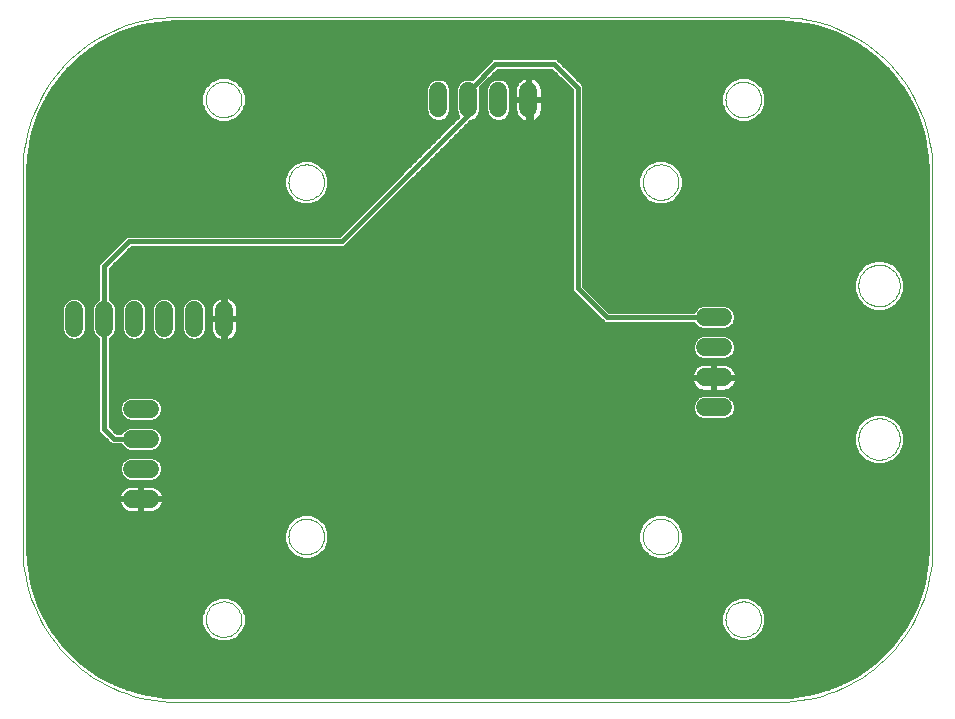
<source format=gtl>
G75*
G70*
%OFA0B0*%
%FSLAX24Y24*%
%IPPOS*%
%LPD*%
%AMOC8*
5,1,8,0,0,1.08239X$1,22.5*
%
%ADD10C,0.0000*%
%ADD11C,0.0594*%
%ADD12C,0.0160*%
D10*
X005298Y000180D02*
X025377Y000180D01*
X023605Y002936D02*
X023607Y002984D01*
X023613Y003032D01*
X023623Y003079D01*
X023636Y003125D01*
X023654Y003170D01*
X023674Y003214D01*
X023699Y003256D01*
X023727Y003295D01*
X023757Y003332D01*
X023791Y003366D01*
X023828Y003398D01*
X023866Y003427D01*
X023907Y003452D01*
X023950Y003474D01*
X023995Y003492D01*
X024041Y003506D01*
X024088Y003517D01*
X024136Y003524D01*
X024184Y003527D01*
X024232Y003526D01*
X024280Y003521D01*
X024328Y003512D01*
X024374Y003500D01*
X024419Y003483D01*
X024463Y003463D01*
X024505Y003440D01*
X024545Y003413D01*
X024583Y003383D01*
X024618Y003350D01*
X024650Y003314D01*
X024680Y003276D01*
X024706Y003235D01*
X024728Y003192D01*
X024748Y003148D01*
X024763Y003103D01*
X024775Y003056D01*
X024783Y003008D01*
X024787Y002960D01*
X024787Y002912D01*
X024783Y002864D01*
X024775Y002816D01*
X024763Y002769D01*
X024748Y002724D01*
X024728Y002680D01*
X024706Y002637D01*
X024680Y002596D01*
X024650Y002558D01*
X024618Y002522D01*
X024583Y002489D01*
X024545Y002459D01*
X024505Y002432D01*
X024463Y002409D01*
X024419Y002389D01*
X024374Y002372D01*
X024328Y002360D01*
X024280Y002351D01*
X024232Y002346D01*
X024184Y002345D01*
X024136Y002348D01*
X024088Y002355D01*
X024041Y002366D01*
X023995Y002380D01*
X023950Y002398D01*
X023907Y002420D01*
X023866Y002445D01*
X023828Y002474D01*
X023791Y002506D01*
X023757Y002540D01*
X023727Y002577D01*
X023699Y002616D01*
X023674Y002658D01*
X023654Y002702D01*
X023636Y002747D01*
X023623Y002793D01*
X023613Y002840D01*
X023607Y002888D01*
X023605Y002936D01*
X025377Y000180D02*
X025621Y000186D01*
X025863Y000203D01*
X026105Y000232D01*
X026346Y000272D01*
X026584Y000324D01*
X026819Y000387D01*
X027051Y000461D01*
X027279Y000547D01*
X027503Y000643D01*
X027722Y000749D01*
X027936Y000866D01*
X028144Y000992D01*
X028346Y001129D01*
X028541Y001275D01*
X028729Y001430D01*
X028909Y001594D01*
X029081Y001766D01*
X029245Y001946D01*
X029400Y002134D01*
X029546Y002329D01*
X029683Y002531D01*
X029809Y002739D01*
X029926Y002953D01*
X030032Y003172D01*
X030128Y003396D01*
X030214Y003624D01*
X030288Y003856D01*
X030351Y004091D01*
X030403Y004329D01*
X030443Y004570D01*
X030472Y004812D01*
X030489Y005054D01*
X030495Y005298D01*
X030495Y017897D01*
X028034Y014058D02*
X028036Y014110D01*
X028042Y014162D01*
X028052Y014213D01*
X028065Y014263D01*
X028083Y014313D01*
X028104Y014360D01*
X028128Y014406D01*
X028157Y014450D01*
X028188Y014492D01*
X028222Y014531D01*
X028259Y014568D01*
X028299Y014601D01*
X028342Y014632D01*
X028386Y014659D01*
X028432Y014683D01*
X028481Y014703D01*
X028530Y014719D01*
X028581Y014732D01*
X028632Y014741D01*
X028684Y014746D01*
X028736Y014747D01*
X028788Y014744D01*
X028840Y014737D01*
X028891Y014726D01*
X028941Y014712D01*
X028990Y014693D01*
X029037Y014671D01*
X029082Y014646D01*
X029126Y014617D01*
X029167Y014585D01*
X029206Y014550D01*
X029241Y014512D01*
X029274Y014471D01*
X029304Y014429D01*
X029330Y014384D01*
X029353Y014337D01*
X029372Y014288D01*
X029388Y014238D01*
X029400Y014188D01*
X029408Y014136D01*
X029412Y014084D01*
X029412Y014032D01*
X029408Y013980D01*
X029400Y013928D01*
X029388Y013878D01*
X029372Y013828D01*
X029353Y013779D01*
X029330Y013732D01*
X029304Y013687D01*
X029274Y013645D01*
X029241Y013604D01*
X029206Y013566D01*
X029167Y013531D01*
X029126Y013499D01*
X029082Y013470D01*
X029037Y013445D01*
X028990Y013423D01*
X028941Y013404D01*
X028891Y013390D01*
X028840Y013379D01*
X028788Y013372D01*
X028736Y013369D01*
X028684Y013370D01*
X028632Y013375D01*
X028581Y013384D01*
X028530Y013397D01*
X028481Y013413D01*
X028432Y013433D01*
X028386Y013457D01*
X028342Y013484D01*
X028299Y013515D01*
X028259Y013548D01*
X028222Y013585D01*
X028188Y013624D01*
X028157Y013666D01*
X028128Y013710D01*
X028104Y013756D01*
X028083Y013803D01*
X028065Y013853D01*
X028052Y013903D01*
X028042Y013954D01*
X028036Y014006D01*
X028034Y014058D01*
X030495Y017897D02*
X030489Y018141D01*
X030472Y018383D01*
X030443Y018625D01*
X030403Y018866D01*
X030351Y019104D01*
X030288Y019339D01*
X030214Y019571D01*
X030128Y019799D01*
X030032Y020023D01*
X029926Y020242D01*
X029809Y020456D01*
X029683Y020664D01*
X029546Y020866D01*
X029400Y021061D01*
X029245Y021249D01*
X029081Y021429D01*
X028909Y021601D01*
X028729Y021765D01*
X028541Y021920D01*
X028346Y022066D01*
X028144Y022203D01*
X027936Y022329D01*
X027722Y022446D01*
X027503Y022552D01*
X027279Y022648D01*
X027051Y022734D01*
X026819Y022808D01*
X026584Y022871D01*
X026346Y022923D01*
X026105Y022963D01*
X025863Y022992D01*
X025621Y023009D01*
X025377Y023015D01*
X005298Y023015D01*
X006282Y020259D02*
X006284Y020307D01*
X006290Y020355D01*
X006300Y020402D01*
X006313Y020448D01*
X006331Y020493D01*
X006351Y020537D01*
X006376Y020579D01*
X006404Y020618D01*
X006434Y020655D01*
X006468Y020689D01*
X006505Y020721D01*
X006543Y020750D01*
X006584Y020775D01*
X006627Y020797D01*
X006672Y020815D01*
X006718Y020829D01*
X006765Y020840D01*
X006813Y020847D01*
X006861Y020850D01*
X006909Y020849D01*
X006957Y020844D01*
X007005Y020835D01*
X007051Y020823D01*
X007096Y020806D01*
X007140Y020786D01*
X007182Y020763D01*
X007222Y020736D01*
X007260Y020706D01*
X007295Y020673D01*
X007327Y020637D01*
X007357Y020599D01*
X007383Y020558D01*
X007405Y020515D01*
X007425Y020471D01*
X007440Y020426D01*
X007452Y020379D01*
X007460Y020331D01*
X007464Y020283D01*
X007464Y020235D01*
X007460Y020187D01*
X007452Y020139D01*
X007440Y020092D01*
X007425Y020047D01*
X007405Y020003D01*
X007383Y019960D01*
X007357Y019919D01*
X007327Y019881D01*
X007295Y019845D01*
X007260Y019812D01*
X007222Y019782D01*
X007182Y019755D01*
X007140Y019732D01*
X007096Y019712D01*
X007051Y019695D01*
X007005Y019683D01*
X006957Y019674D01*
X006909Y019669D01*
X006861Y019668D01*
X006813Y019671D01*
X006765Y019678D01*
X006718Y019689D01*
X006672Y019703D01*
X006627Y019721D01*
X006584Y019743D01*
X006543Y019768D01*
X006505Y019797D01*
X006468Y019829D01*
X006434Y019863D01*
X006404Y019900D01*
X006376Y019939D01*
X006351Y019981D01*
X006331Y020025D01*
X006313Y020070D01*
X006300Y020116D01*
X006290Y020163D01*
X006284Y020211D01*
X006282Y020259D01*
X005298Y023015D02*
X005054Y023009D01*
X004812Y022992D01*
X004570Y022963D01*
X004329Y022923D01*
X004091Y022871D01*
X003856Y022808D01*
X003624Y022734D01*
X003396Y022648D01*
X003172Y022552D01*
X002953Y022446D01*
X002739Y022329D01*
X002531Y022203D01*
X002329Y022066D01*
X002134Y021920D01*
X001946Y021765D01*
X001766Y021601D01*
X001594Y021429D01*
X001430Y021249D01*
X001275Y021061D01*
X001129Y020866D01*
X000992Y020664D01*
X000866Y020456D01*
X000749Y020242D01*
X000643Y020023D01*
X000547Y019799D01*
X000461Y019571D01*
X000387Y019339D01*
X000324Y019104D01*
X000272Y018866D01*
X000232Y018625D01*
X000203Y018383D01*
X000186Y018141D01*
X000180Y017897D01*
X000180Y005298D01*
X000186Y005054D01*
X000203Y004812D01*
X000232Y004570D01*
X000272Y004329D01*
X000324Y004091D01*
X000387Y003856D01*
X000461Y003624D01*
X000547Y003396D01*
X000643Y003172D01*
X000749Y002953D01*
X000866Y002739D01*
X000992Y002531D01*
X001129Y002329D01*
X001275Y002134D01*
X001430Y001946D01*
X001594Y001766D01*
X001766Y001594D01*
X001946Y001430D01*
X002134Y001275D01*
X002329Y001129D01*
X002531Y000992D01*
X002739Y000866D01*
X002953Y000749D01*
X003172Y000643D01*
X003396Y000547D01*
X003624Y000461D01*
X003856Y000387D01*
X004091Y000324D01*
X004329Y000272D01*
X004570Y000232D01*
X004812Y000203D01*
X005054Y000186D01*
X005298Y000180D01*
X006282Y002936D02*
X006284Y002984D01*
X006290Y003032D01*
X006300Y003079D01*
X006313Y003125D01*
X006331Y003170D01*
X006351Y003214D01*
X006376Y003256D01*
X006404Y003295D01*
X006434Y003332D01*
X006468Y003366D01*
X006505Y003398D01*
X006543Y003427D01*
X006584Y003452D01*
X006627Y003474D01*
X006672Y003492D01*
X006718Y003506D01*
X006765Y003517D01*
X006813Y003524D01*
X006861Y003527D01*
X006909Y003526D01*
X006957Y003521D01*
X007005Y003512D01*
X007051Y003500D01*
X007096Y003483D01*
X007140Y003463D01*
X007182Y003440D01*
X007222Y003413D01*
X007260Y003383D01*
X007295Y003350D01*
X007327Y003314D01*
X007357Y003276D01*
X007383Y003235D01*
X007405Y003192D01*
X007425Y003148D01*
X007440Y003103D01*
X007452Y003056D01*
X007460Y003008D01*
X007464Y002960D01*
X007464Y002912D01*
X007460Y002864D01*
X007452Y002816D01*
X007440Y002769D01*
X007425Y002724D01*
X007405Y002680D01*
X007383Y002637D01*
X007357Y002596D01*
X007327Y002558D01*
X007295Y002522D01*
X007260Y002489D01*
X007222Y002459D01*
X007182Y002432D01*
X007140Y002409D01*
X007096Y002389D01*
X007051Y002372D01*
X007005Y002360D01*
X006957Y002351D01*
X006909Y002346D01*
X006861Y002345D01*
X006813Y002348D01*
X006765Y002355D01*
X006718Y002366D01*
X006672Y002380D01*
X006627Y002398D01*
X006584Y002420D01*
X006543Y002445D01*
X006505Y002474D01*
X006468Y002506D01*
X006434Y002540D01*
X006404Y002577D01*
X006376Y002616D01*
X006351Y002658D01*
X006331Y002702D01*
X006313Y002747D01*
X006300Y002793D01*
X006290Y002840D01*
X006284Y002888D01*
X006282Y002936D01*
X009038Y005692D02*
X009040Y005740D01*
X009046Y005788D01*
X009056Y005835D01*
X009069Y005881D01*
X009087Y005926D01*
X009107Y005970D01*
X009132Y006012D01*
X009160Y006051D01*
X009190Y006088D01*
X009224Y006122D01*
X009261Y006154D01*
X009299Y006183D01*
X009340Y006208D01*
X009383Y006230D01*
X009428Y006248D01*
X009474Y006262D01*
X009521Y006273D01*
X009569Y006280D01*
X009617Y006283D01*
X009665Y006282D01*
X009713Y006277D01*
X009761Y006268D01*
X009807Y006256D01*
X009852Y006239D01*
X009896Y006219D01*
X009938Y006196D01*
X009978Y006169D01*
X010016Y006139D01*
X010051Y006106D01*
X010083Y006070D01*
X010113Y006032D01*
X010139Y005991D01*
X010161Y005948D01*
X010181Y005904D01*
X010196Y005859D01*
X010208Y005812D01*
X010216Y005764D01*
X010220Y005716D01*
X010220Y005668D01*
X010216Y005620D01*
X010208Y005572D01*
X010196Y005525D01*
X010181Y005480D01*
X010161Y005436D01*
X010139Y005393D01*
X010113Y005352D01*
X010083Y005314D01*
X010051Y005278D01*
X010016Y005245D01*
X009978Y005215D01*
X009938Y005188D01*
X009896Y005165D01*
X009852Y005145D01*
X009807Y005128D01*
X009761Y005116D01*
X009713Y005107D01*
X009665Y005102D01*
X009617Y005101D01*
X009569Y005104D01*
X009521Y005111D01*
X009474Y005122D01*
X009428Y005136D01*
X009383Y005154D01*
X009340Y005176D01*
X009299Y005201D01*
X009261Y005230D01*
X009224Y005262D01*
X009190Y005296D01*
X009160Y005333D01*
X009132Y005372D01*
X009107Y005414D01*
X009087Y005458D01*
X009069Y005503D01*
X009056Y005549D01*
X009046Y005596D01*
X009040Y005644D01*
X009038Y005692D01*
X020849Y005692D02*
X020851Y005740D01*
X020857Y005788D01*
X020867Y005835D01*
X020880Y005881D01*
X020898Y005926D01*
X020918Y005970D01*
X020943Y006012D01*
X020971Y006051D01*
X021001Y006088D01*
X021035Y006122D01*
X021072Y006154D01*
X021110Y006183D01*
X021151Y006208D01*
X021194Y006230D01*
X021239Y006248D01*
X021285Y006262D01*
X021332Y006273D01*
X021380Y006280D01*
X021428Y006283D01*
X021476Y006282D01*
X021524Y006277D01*
X021572Y006268D01*
X021618Y006256D01*
X021663Y006239D01*
X021707Y006219D01*
X021749Y006196D01*
X021789Y006169D01*
X021827Y006139D01*
X021862Y006106D01*
X021894Y006070D01*
X021924Y006032D01*
X021950Y005991D01*
X021972Y005948D01*
X021992Y005904D01*
X022007Y005859D01*
X022019Y005812D01*
X022027Y005764D01*
X022031Y005716D01*
X022031Y005668D01*
X022027Y005620D01*
X022019Y005572D01*
X022007Y005525D01*
X021992Y005480D01*
X021972Y005436D01*
X021950Y005393D01*
X021924Y005352D01*
X021894Y005314D01*
X021862Y005278D01*
X021827Y005245D01*
X021789Y005215D01*
X021749Y005188D01*
X021707Y005165D01*
X021663Y005145D01*
X021618Y005128D01*
X021572Y005116D01*
X021524Y005107D01*
X021476Y005102D01*
X021428Y005101D01*
X021380Y005104D01*
X021332Y005111D01*
X021285Y005122D01*
X021239Y005136D01*
X021194Y005154D01*
X021151Y005176D01*
X021110Y005201D01*
X021072Y005230D01*
X021035Y005262D01*
X021001Y005296D01*
X020971Y005333D01*
X020943Y005372D01*
X020918Y005414D01*
X020898Y005458D01*
X020880Y005503D01*
X020867Y005549D01*
X020857Y005596D01*
X020851Y005644D01*
X020849Y005692D01*
X028034Y008940D02*
X028036Y008992D01*
X028042Y009044D01*
X028052Y009095D01*
X028065Y009145D01*
X028083Y009195D01*
X028104Y009242D01*
X028128Y009288D01*
X028157Y009332D01*
X028188Y009374D01*
X028222Y009413D01*
X028259Y009450D01*
X028299Y009483D01*
X028342Y009514D01*
X028386Y009541D01*
X028432Y009565D01*
X028481Y009585D01*
X028530Y009601D01*
X028581Y009614D01*
X028632Y009623D01*
X028684Y009628D01*
X028736Y009629D01*
X028788Y009626D01*
X028840Y009619D01*
X028891Y009608D01*
X028941Y009594D01*
X028990Y009575D01*
X029037Y009553D01*
X029082Y009528D01*
X029126Y009499D01*
X029167Y009467D01*
X029206Y009432D01*
X029241Y009394D01*
X029274Y009353D01*
X029304Y009311D01*
X029330Y009266D01*
X029353Y009219D01*
X029372Y009170D01*
X029388Y009120D01*
X029400Y009070D01*
X029408Y009018D01*
X029412Y008966D01*
X029412Y008914D01*
X029408Y008862D01*
X029400Y008810D01*
X029388Y008760D01*
X029372Y008710D01*
X029353Y008661D01*
X029330Y008614D01*
X029304Y008569D01*
X029274Y008527D01*
X029241Y008486D01*
X029206Y008448D01*
X029167Y008413D01*
X029126Y008381D01*
X029082Y008352D01*
X029037Y008327D01*
X028990Y008305D01*
X028941Y008286D01*
X028891Y008272D01*
X028840Y008261D01*
X028788Y008254D01*
X028736Y008251D01*
X028684Y008252D01*
X028632Y008257D01*
X028581Y008266D01*
X028530Y008279D01*
X028481Y008295D01*
X028432Y008315D01*
X028386Y008339D01*
X028342Y008366D01*
X028299Y008397D01*
X028259Y008430D01*
X028222Y008467D01*
X028188Y008506D01*
X028157Y008548D01*
X028128Y008592D01*
X028104Y008638D01*
X028083Y008685D01*
X028065Y008735D01*
X028052Y008785D01*
X028042Y008836D01*
X028036Y008888D01*
X028034Y008940D01*
X020849Y017503D02*
X020851Y017551D01*
X020857Y017599D01*
X020867Y017646D01*
X020880Y017692D01*
X020898Y017737D01*
X020918Y017781D01*
X020943Y017823D01*
X020971Y017862D01*
X021001Y017899D01*
X021035Y017933D01*
X021072Y017965D01*
X021110Y017994D01*
X021151Y018019D01*
X021194Y018041D01*
X021239Y018059D01*
X021285Y018073D01*
X021332Y018084D01*
X021380Y018091D01*
X021428Y018094D01*
X021476Y018093D01*
X021524Y018088D01*
X021572Y018079D01*
X021618Y018067D01*
X021663Y018050D01*
X021707Y018030D01*
X021749Y018007D01*
X021789Y017980D01*
X021827Y017950D01*
X021862Y017917D01*
X021894Y017881D01*
X021924Y017843D01*
X021950Y017802D01*
X021972Y017759D01*
X021992Y017715D01*
X022007Y017670D01*
X022019Y017623D01*
X022027Y017575D01*
X022031Y017527D01*
X022031Y017479D01*
X022027Y017431D01*
X022019Y017383D01*
X022007Y017336D01*
X021992Y017291D01*
X021972Y017247D01*
X021950Y017204D01*
X021924Y017163D01*
X021894Y017125D01*
X021862Y017089D01*
X021827Y017056D01*
X021789Y017026D01*
X021749Y016999D01*
X021707Y016976D01*
X021663Y016956D01*
X021618Y016939D01*
X021572Y016927D01*
X021524Y016918D01*
X021476Y016913D01*
X021428Y016912D01*
X021380Y016915D01*
X021332Y016922D01*
X021285Y016933D01*
X021239Y016947D01*
X021194Y016965D01*
X021151Y016987D01*
X021110Y017012D01*
X021072Y017041D01*
X021035Y017073D01*
X021001Y017107D01*
X020971Y017144D01*
X020943Y017183D01*
X020918Y017225D01*
X020898Y017269D01*
X020880Y017314D01*
X020867Y017360D01*
X020857Y017407D01*
X020851Y017455D01*
X020849Y017503D01*
X023605Y020259D02*
X023607Y020307D01*
X023613Y020355D01*
X023623Y020402D01*
X023636Y020448D01*
X023654Y020493D01*
X023674Y020537D01*
X023699Y020579D01*
X023727Y020618D01*
X023757Y020655D01*
X023791Y020689D01*
X023828Y020721D01*
X023866Y020750D01*
X023907Y020775D01*
X023950Y020797D01*
X023995Y020815D01*
X024041Y020829D01*
X024088Y020840D01*
X024136Y020847D01*
X024184Y020850D01*
X024232Y020849D01*
X024280Y020844D01*
X024328Y020835D01*
X024374Y020823D01*
X024419Y020806D01*
X024463Y020786D01*
X024505Y020763D01*
X024545Y020736D01*
X024583Y020706D01*
X024618Y020673D01*
X024650Y020637D01*
X024680Y020599D01*
X024706Y020558D01*
X024728Y020515D01*
X024748Y020471D01*
X024763Y020426D01*
X024775Y020379D01*
X024783Y020331D01*
X024787Y020283D01*
X024787Y020235D01*
X024783Y020187D01*
X024775Y020139D01*
X024763Y020092D01*
X024748Y020047D01*
X024728Y020003D01*
X024706Y019960D01*
X024680Y019919D01*
X024650Y019881D01*
X024618Y019845D01*
X024583Y019812D01*
X024545Y019782D01*
X024505Y019755D01*
X024463Y019732D01*
X024419Y019712D01*
X024374Y019695D01*
X024328Y019683D01*
X024280Y019674D01*
X024232Y019669D01*
X024184Y019668D01*
X024136Y019671D01*
X024088Y019678D01*
X024041Y019689D01*
X023995Y019703D01*
X023950Y019721D01*
X023907Y019743D01*
X023866Y019768D01*
X023828Y019797D01*
X023791Y019829D01*
X023757Y019863D01*
X023727Y019900D01*
X023699Y019939D01*
X023674Y019981D01*
X023654Y020025D01*
X023636Y020070D01*
X023623Y020116D01*
X023613Y020163D01*
X023607Y020211D01*
X023605Y020259D01*
X009038Y017503D02*
X009040Y017551D01*
X009046Y017599D01*
X009056Y017646D01*
X009069Y017692D01*
X009087Y017737D01*
X009107Y017781D01*
X009132Y017823D01*
X009160Y017862D01*
X009190Y017899D01*
X009224Y017933D01*
X009261Y017965D01*
X009299Y017994D01*
X009340Y018019D01*
X009383Y018041D01*
X009428Y018059D01*
X009474Y018073D01*
X009521Y018084D01*
X009569Y018091D01*
X009617Y018094D01*
X009665Y018093D01*
X009713Y018088D01*
X009761Y018079D01*
X009807Y018067D01*
X009852Y018050D01*
X009896Y018030D01*
X009938Y018007D01*
X009978Y017980D01*
X010016Y017950D01*
X010051Y017917D01*
X010083Y017881D01*
X010113Y017843D01*
X010139Y017802D01*
X010161Y017759D01*
X010181Y017715D01*
X010196Y017670D01*
X010208Y017623D01*
X010216Y017575D01*
X010220Y017527D01*
X010220Y017479D01*
X010216Y017431D01*
X010208Y017383D01*
X010196Y017336D01*
X010181Y017291D01*
X010161Y017247D01*
X010139Y017204D01*
X010113Y017163D01*
X010083Y017125D01*
X010051Y017089D01*
X010016Y017056D01*
X009978Y017026D01*
X009938Y016999D01*
X009896Y016976D01*
X009852Y016956D01*
X009807Y016939D01*
X009761Y016927D01*
X009713Y016918D01*
X009665Y016913D01*
X009617Y016912D01*
X009569Y016915D01*
X009521Y016922D01*
X009474Y016933D01*
X009428Y016947D01*
X009383Y016965D01*
X009340Y016987D01*
X009299Y017012D01*
X009261Y017041D01*
X009224Y017073D01*
X009190Y017107D01*
X009160Y017144D01*
X009132Y017183D01*
X009107Y017225D01*
X009087Y017269D01*
X009069Y017314D01*
X009056Y017360D01*
X009046Y017407D01*
X009040Y017455D01*
X009038Y017503D01*
D11*
X014034Y019962D02*
X014034Y020556D01*
X015034Y020556D02*
X015034Y019962D01*
X016034Y019962D02*
X016034Y020556D01*
X017034Y020556D02*
X017034Y019962D01*
X022915Y012999D02*
X023508Y012999D01*
X023508Y011999D02*
X022915Y011999D01*
X022915Y010999D02*
X023508Y010999D01*
X023508Y009999D02*
X022915Y009999D01*
X006889Y012651D02*
X006889Y013245D01*
X005889Y013245D02*
X005889Y012651D01*
X004889Y012651D02*
X004889Y013245D01*
X003889Y013245D02*
X003889Y012651D01*
X002889Y012651D02*
X002889Y013245D01*
X001889Y013245D02*
X001889Y012651D01*
X003820Y009948D02*
X004414Y009948D01*
X004414Y008948D02*
X003820Y008948D01*
X003820Y007948D02*
X004414Y007948D01*
X004414Y006948D02*
X003820Y006948D01*
D12*
X002028Y001607D02*
X028647Y001607D01*
X028584Y001543D02*
X027957Y001088D01*
X027267Y000736D01*
X026530Y000496D01*
X025764Y000375D01*
X025377Y000360D01*
X005298Y000360D01*
X004911Y000375D01*
X004145Y000496D01*
X003408Y000736D01*
X002718Y001088D01*
X002091Y001543D01*
X001543Y002091D01*
X001088Y002718D01*
X000736Y003408D01*
X000496Y004145D01*
X000375Y004911D01*
X000360Y005298D01*
X000360Y017897D01*
X000375Y018284D01*
X000496Y019049D01*
X000736Y019786D01*
X001088Y020477D01*
X001543Y021104D01*
X002091Y021652D01*
X002718Y022107D01*
X003408Y022459D01*
X004145Y022698D01*
X004911Y022819D01*
X005298Y022835D01*
X025377Y022835D01*
X025764Y022819D01*
X026530Y022698D01*
X027267Y022459D01*
X027957Y022107D01*
X028584Y021652D01*
X029132Y021104D01*
X029587Y020477D01*
X029939Y019786D01*
X030179Y019049D01*
X030300Y018284D01*
X030315Y017897D01*
X030315Y005298D01*
X030300Y004911D01*
X030179Y004145D01*
X030179Y004145D01*
X029939Y003408D01*
X029587Y002718D01*
X029132Y002091D01*
X028584Y001543D01*
X028453Y001448D02*
X002222Y001448D01*
X002440Y001290D02*
X028235Y001290D01*
X028017Y001131D02*
X002658Y001131D01*
X002944Y000973D02*
X027731Y000973D01*
X027420Y000814D02*
X003255Y000814D01*
X003656Y000656D02*
X027019Y000656D01*
X026531Y000497D02*
X004144Y000497D01*
X001869Y001765D02*
X028806Y001765D01*
X028964Y001924D02*
X001711Y001924D01*
X001552Y002082D02*
X029123Y002082D01*
X029240Y002241D02*
X024530Y002241D01*
X024632Y002283D02*
X024349Y002165D01*
X024042Y002165D01*
X023759Y002283D01*
X023543Y002499D01*
X023425Y002783D01*
X023425Y003089D01*
X023543Y003372D01*
X023759Y003589D01*
X024042Y003706D01*
X024349Y003706D01*
X024632Y003589D01*
X024849Y003372D01*
X024966Y003089D01*
X024966Y002783D01*
X024849Y002499D01*
X024632Y002283D01*
X024749Y002399D02*
X029356Y002399D01*
X029471Y002558D02*
X024873Y002558D01*
X024939Y002716D02*
X029586Y002716D01*
X029667Y002875D02*
X024966Y002875D01*
X024966Y003033D02*
X029748Y003033D01*
X029829Y003192D02*
X024924Y003192D01*
X024858Y003350D02*
X029909Y003350D01*
X029972Y003509D02*
X024713Y003509D01*
X024444Y003667D02*
X030023Y003667D01*
X030075Y003826D02*
X000600Y003826D01*
X000549Y003984D02*
X030126Y003984D01*
X030178Y004143D02*
X000497Y004143D01*
X000472Y004301D02*
X030203Y004301D01*
X030228Y004460D02*
X000447Y004460D01*
X000422Y004618D02*
X030253Y004618D01*
X030278Y004777D02*
X000396Y004777D01*
X000374Y004935D02*
X009442Y004935D01*
X009476Y004921D02*
X009782Y004921D01*
X010065Y005039D01*
X010282Y005255D01*
X010399Y005539D01*
X010399Y005845D01*
X010282Y006128D01*
X010065Y006345D01*
X009782Y006462D01*
X009476Y006462D01*
X009192Y006345D01*
X008976Y006128D01*
X008858Y005845D01*
X008858Y005539D01*
X008976Y005255D01*
X009192Y005039D01*
X009476Y004921D01*
X009815Y004935D02*
X021253Y004935D01*
X021287Y004921D02*
X021593Y004921D01*
X021876Y005039D01*
X022093Y005255D01*
X022210Y005539D01*
X022210Y005845D01*
X022093Y006128D01*
X021876Y006345D01*
X021593Y006462D01*
X021287Y006462D01*
X021003Y006345D01*
X020787Y006128D01*
X020669Y005845D01*
X020669Y005539D01*
X020787Y005255D01*
X021003Y005039D01*
X021287Y004921D01*
X021626Y004935D02*
X030301Y004935D01*
X030307Y005094D02*
X021931Y005094D01*
X022090Y005252D02*
X030313Y005252D01*
X030315Y005411D02*
X022157Y005411D01*
X022210Y005569D02*
X030315Y005569D01*
X030315Y005728D02*
X022210Y005728D01*
X022193Y005886D02*
X030315Y005886D01*
X030315Y006045D02*
X022128Y006045D01*
X022018Y006203D02*
X030315Y006203D01*
X030315Y006362D02*
X021837Y006362D01*
X021043Y006362D02*
X010026Y006362D01*
X010207Y006203D02*
X020861Y006203D01*
X020752Y006045D02*
X010317Y006045D01*
X010382Y005886D02*
X020686Y005886D01*
X020669Y005728D02*
X010399Y005728D01*
X010399Y005569D02*
X020669Y005569D01*
X020722Y005411D02*
X010346Y005411D01*
X010279Y005252D02*
X020790Y005252D01*
X020948Y005094D02*
X010120Y005094D01*
X009137Y005094D02*
X000368Y005094D01*
X000362Y005252D02*
X008979Y005252D01*
X008911Y005411D02*
X000360Y005411D01*
X000360Y005569D02*
X008858Y005569D01*
X008858Y005728D02*
X000360Y005728D01*
X000360Y005886D02*
X008875Y005886D01*
X008941Y006045D02*
X000360Y006045D01*
X000360Y006203D02*
X009050Y006203D01*
X009232Y006362D02*
X000360Y006362D01*
X000360Y006520D02*
X003609Y006520D01*
X003637Y006506D02*
X003708Y006483D01*
X003783Y006471D01*
X004099Y006471D01*
X004099Y006929D01*
X004135Y006929D01*
X004135Y006471D01*
X004451Y006471D01*
X004526Y006483D01*
X004597Y006506D01*
X004664Y006540D01*
X004725Y006584D01*
X004778Y006637D01*
X004822Y006698D01*
X004856Y006765D01*
X004879Y006836D01*
X004891Y006910D01*
X004891Y006929D01*
X004135Y006929D01*
X004135Y006966D01*
X004099Y006966D01*
X004099Y007425D01*
X003783Y007425D01*
X003708Y007413D01*
X003637Y007390D01*
X003570Y007356D01*
X003510Y007311D01*
X003456Y007258D01*
X003412Y007198D01*
X003378Y007131D01*
X003355Y007059D01*
X003343Y006985D01*
X003343Y006966D01*
X004099Y006966D01*
X004099Y006929D01*
X003343Y006929D01*
X003343Y006910D01*
X003355Y006836D01*
X003378Y006765D01*
X003412Y006698D01*
X003456Y006637D01*
X003510Y006584D01*
X003570Y006540D01*
X003637Y006506D01*
X003426Y006679D02*
X000360Y006679D01*
X000360Y006837D02*
X003355Y006837D01*
X003345Y006996D02*
X000360Y006996D01*
X000360Y007154D02*
X003390Y007154D01*
X003511Y007313D02*
X000360Y007313D01*
X000360Y007471D02*
X030315Y007471D01*
X030315Y007313D02*
X004723Y007313D01*
X004725Y007311D02*
X004664Y007356D01*
X004597Y007390D01*
X004526Y007413D01*
X004451Y007425D01*
X004135Y007425D01*
X004135Y006966D01*
X004891Y006966D01*
X004891Y006985D01*
X004879Y007059D01*
X004856Y007131D01*
X004822Y007198D01*
X004778Y007258D01*
X004725Y007311D01*
X004844Y007154D02*
X030315Y007154D01*
X030315Y006996D02*
X004889Y006996D01*
X004879Y006837D02*
X030315Y006837D01*
X030315Y006679D02*
X004808Y006679D01*
X004625Y006520D02*
X030315Y006520D01*
X030315Y007630D02*
X004713Y007630D01*
X004661Y007577D02*
X004784Y007700D01*
X004851Y007861D01*
X004851Y008035D01*
X004784Y008195D01*
X004661Y008318D01*
X004501Y008385D01*
X003733Y008385D01*
X003573Y008318D01*
X003450Y008195D01*
X003383Y008035D01*
X003383Y007861D01*
X003450Y007700D01*
X003573Y007577D01*
X003733Y007511D01*
X004501Y007511D01*
X004661Y007577D01*
X004821Y007788D02*
X030315Y007788D01*
X030315Y007947D02*
X004851Y007947D01*
X004822Y008105D02*
X028468Y008105D01*
X028550Y008071D02*
X028231Y008203D01*
X027987Y008448D01*
X027854Y008767D01*
X027854Y009113D01*
X027987Y009432D01*
X028231Y009677D01*
X028550Y009809D01*
X028896Y009809D01*
X029216Y009677D01*
X029460Y009432D01*
X029592Y009113D01*
X029592Y008767D01*
X029460Y008448D01*
X029216Y008203D01*
X028896Y008071D01*
X028550Y008071D01*
X028979Y008105D02*
X030315Y008105D01*
X030315Y008264D02*
X029276Y008264D01*
X029434Y008422D02*
X030315Y008422D01*
X030315Y008581D02*
X029515Y008581D01*
X029581Y008739D02*
X030315Y008739D01*
X030315Y008898D02*
X029592Y008898D01*
X029592Y009056D02*
X030315Y009056D01*
X030315Y009215D02*
X029550Y009215D01*
X029484Y009373D02*
X030315Y009373D01*
X030315Y009532D02*
X029361Y009532D01*
X029183Y009690D02*
X030315Y009690D01*
X030315Y009849D02*
X023919Y009849D01*
X023945Y009912D02*
X023879Y009751D01*
X023756Y009629D01*
X023595Y009562D01*
X022828Y009562D01*
X022667Y009629D01*
X022544Y009751D01*
X022478Y009912D01*
X022478Y010086D01*
X022544Y010246D01*
X022667Y010369D01*
X022828Y010436D01*
X023595Y010436D01*
X023756Y010369D01*
X023879Y010246D01*
X023945Y010086D01*
X023945Y009912D01*
X023945Y010007D02*
X030315Y010007D01*
X030315Y010166D02*
X023912Y010166D01*
X023801Y010324D02*
X030315Y010324D01*
X030315Y010483D02*
X003109Y010483D01*
X003109Y010641D02*
X022598Y010641D01*
X022604Y010635D02*
X022665Y010591D01*
X022732Y010557D01*
X022803Y010534D01*
X022877Y010522D01*
X023193Y010522D01*
X023193Y010980D01*
X023230Y010980D01*
X023230Y010522D01*
X023546Y010522D01*
X023620Y010534D01*
X023691Y010557D01*
X023758Y010591D01*
X023819Y010635D01*
X023872Y010688D01*
X023916Y010749D01*
X023950Y010816D01*
X023973Y010887D01*
X023985Y010961D01*
X023985Y010980D01*
X023230Y010980D01*
X023230Y011017D01*
X023985Y011017D01*
X023985Y011036D01*
X023973Y011111D01*
X023950Y011182D01*
X023916Y011249D01*
X023872Y011310D01*
X023819Y011363D01*
X023758Y011407D01*
X023691Y011441D01*
X023620Y011464D01*
X023546Y011476D01*
X023230Y011476D01*
X023230Y011017D01*
X023193Y011017D01*
X023193Y010980D01*
X022438Y010980D01*
X022438Y010961D01*
X022450Y010887D01*
X022473Y010816D01*
X022507Y010749D01*
X022551Y010688D01*
X022604Y010635D01*
X022481Y010800D02*
X003109Y010800D01*
X003109Y010958D02*
X022438Y010958D01*
X022438Y011017D02*
X023193Y011017D01*
X023193Y011476D01*
X022877Y011476D01*
X022803Y011464D01*
X022732Y011441D01*
X022665Y011407D01*
X022604Y011363D01*
X022551Y011310D01*
X022507Y011249D01*
X022473Y011182D01*
X022450Y011111D01*
X022438Y011036D01*
X022438Y011017D01*
X022451Y011117D02*
X003109Y011117D01*
X003109Y011275D02*
X022526Y011275D01*
X022717Y011434D02*
X003109Y011434D01*
X003109Y011592D02*
X022755Y011592D01*
X022828Y011562D02*
X023595Y011562D01*
X023756Y011629D01*
X023879Y011751D01*
X023945Y011912D01*
X023945Y012086D01*
X023879Y012246D01*
X023756Y012369D01*
X023595Y012436D01*
X022828Y012436D01*
X022667Y012369D01*
X022544Y012246D01*
X022478Y012086D01*
X022478Y011912D01*
X022544Y011751D01*
X022667Y011629D01*
X022828Y011562D01*
X022545Y011751D02*
X003109Y011751D01*
X003109Y011909D02*
X022479Y011909D01*
X022478Y012068D02*
X003109Y012068D01*
X003109Y012226D02*
X003773Y012226D01*
X003802Y012214D02*
X003976Y012214D01*
X004136Y012281D01*
X004259Y012403D01*
X004326Y012564D01*
X004326Y013331D01*
X004259Y013492D01*
X004136Y013615D01*
X003976Y013681D01*
X003802Y013681D01*
X003641Y013615D01*
X003518Y013492D01*
X003452Y013331D01*
X003452Y012564D01*
X003518Y012403D01*
X003641Y012281D01*
X003802Y012214D01*
X004005Y012226D02*
X004773Y012226D01*
X004802Y012214D02*
X004976Y012214D01*
X005136Y012281D01*
X005259Y012403D01*
X005326Y012564D01*
X005326Y013331D01*
X005259Y013492D01*
X005136Y013615D01*
X004976Y013681D01*
X004802Y013681D01*
X004641Y013615D01*
X004518Y013492D01*
X004452Y013331D01*
X004452Y012564D01*
X004518Y012403D01*
X004641Y012281D01*
X004802Y012214D01*
X005005Y012226D02*
X005773Y012226D01*
X005802Y012214D02*
X005976Y012214D01*
X006136Y012281D01*
X006259Y012403D01*
X006326Y012564D01*
X006326Y013331D01*
X006259Y013492D01*
X006136Y013615D01*
X005976Y013681D01*
X005802Y013681D01*
X005641Y013615D01*
X005518Y013492D01*
X005452Y013331D01*
X005452Y012564D01*
X005518Y012403D01*
X005641Y012281D01*
X005802Y012214D01*
X006005Y012226D02*
X006672Y012226D01*
X006639Y012243D02*
X006706Y012209D01*
X006777Y012186D01*
X006851Y012174D01*
X006870Y012174D01*
X006870Y012929D01*
X006907Y012929D01*
X006907Y012174D01*
X006926Y012174D01*
X007000Y012186D01*
X007072Y012209D01*
X007139Y012243D01*
X007199Y012287D01*
X007252Y012340D01*
X007296Y012401D01*
X007331Y012468D01*
X007354Y012539D01*
X007366Y012613D01*
X007366Y012929D01*
X006907Y012929D01*
X006907Y012966D01*
X007366Y012966D01*
X007366Y013282D01*
X007354Y013356D01*
X007331Y013428D01*
X007296Y013494D01*
X007252Y013555D01*
X007199Y013608D01*
X007139Y013652D01*
X007072Y013686D01*
X007000Y013710D01*
X006926Y013721D01*
X006907Y013721D01*
X006907Y012966D01*
X006870Y012966D01*
X006870Y012929D01*
X006412Y012929D01*
X006412Y012613D01*
X006424Y012539D01*
X006447Y012468D01*
X006481Y012401D01*
X006525Y012340D01*
X006578Y012287D01*
X006639Y012243D01*
X006493Y012385D02*
X006240Y012385D01*
X006317Y012543D02*
X006423Y012543D01*
X006412Y012702D02*
X006326Y012702D01*
X006326Y012860D02*
X006412Y012860D01*
X006412Y012966D02*
X006870Y012966D01*
X006870Y013721D01*
X006851Y013721D01*
X006777Y013710D01*
X006706Y013686D01*
X006639Y013652D01*
X006578Y013608D01*
X006525Y013555D01*
X006481Y013494D01*
X006257Y013494D01*
X006324Y013336D02*
X006420Y013336D01*
X006424Y013356D02*
X006412Y013282D01*
X006412Y012966D01*
X006412Y013019D02*
X006326Y013019D01*
X006326Y013177D02*
X006412Y013177D01*
X006424Y013356D02*
X006447Y013428D01*
X006481Y013494D01*
X006639Y013653D02*
X006045Y013653D01*
X005732Y013653D02*
X005045Y013653D01*
X005257Y013494D02*
X005520Y013494D01*
X005453Y013336D02*
X005324Y013336D01*
X005326Y013177D02*
X005452Y013177D01*
X005452Y013019D02*
X005326Y013019D01*
X005326Y012860D02*
X005452Y012860D01*
X005452Y012702D02*
X005326Y012702D01*
X005317Y012543D02*
X005460Y012543D01*
X005537Y012385D02*
X005240Y012385D01*
X004537Y012385D02*
X004240Y012385D01*
X004317Y012543D02*
X004460Y012543D01*
X004452Y012702D02*
X004326Y012702D01*
X004326Y012860D02*
X004452Y012860D01*
X004452Y013019D02*
X004326Y013019D01*
X004326Y013177D02*
X004452Y013177D01*
X004453Y013336D02*
X004324Y013336D01*
X004257Y013494D02*
X004520Y013494D01*
X004732Y013653D02*
X004045Y013653D01*
X003732Y013653D02*
X003109Y013653D01*
X003109Y013626D02*
X003109Y014609D01*
X003814Y015314D01*
X010901Y015314D01*
X011030Y015443D01*
X015112Y019525D01*
X015121Y019525D01*
X015282Y019592D01*
X015405Y019714D01*
X015471Y019875D01*
X015471Y020642D01*
X015463Y020663D01*
X016019Y021220D01*
X017805Y021220D01*
X018464Y020561D01*
X018464Y013868D01*
X019425Y012908D01*
X019553Y012779D01*
X022533Y012779D01*
X022544Y012751D01*
X022667Y012629D01*
X022828Y012562D01*
X023595Y012562D01*
X023756Y012629D01*
X023879Y012751D01*
X023945Y012912D01*
X023945Y013086D01*
X023879Y013246D01*
X023756Y013369D01*
X023595Y013436D01*
X022828Y013436D01*
X022667Y013369D01*
X022544Y013246D01*
X022533Y013219D01*
X019736Y013219D01*
X018904Y014051D01*
X018904Y020744D01*
X018775Y020872D01*
X017988Y021660D01*
X015837Y021660D01*
X015708Y021531D01*
X015155Y020978D01*
X015121Y020992D01*
X014947Y020992D01*
X014787Y020926D01*
X014664Y020803D01*
X014597Y020642D01*
X014597Y019875D01*
X014664Y019714D01*
X014671Y019707D01*
X010719Y015754D01*
X003632Y015754D01*
X002798Y014920D01*
X002669Y014791D01*
X002669Y013626D01*
X002641Y013615D01*
X002518Y013492D01*
X002452Y013331D01*
X002452Y012564D01*
X002518Y012403D01*
X002641Y012281D01*
X002669Y012269D01*
X002669Y009191D01*
X003003Y008857D01*
X003132Y008728D01*
X003438Y008728D01*
X003450Y008700D01*
X003573Y008577D01*
X003733Y008511D01*
X004501Y008511D01*
X004661Y008577D01*
X004784Y008700D01*
X004851Y008861D01*
X004851Y009035D01*
X004784Y009195D01*
X004661Y009318D01*
X004501Y009385D01*
X003733Y009385D01*
X003573Y009318D01*
X003450Y009195D01*
X003438Y009168D01*
X003314Y009168D01*
X003109Y009373D01*
X003705Y009373D01*
X003733Y009511D02*
X003573Y009577D01*
X003450Y009700D01*
X003383Y009861D01*
X003383Y010035D01*
X003450Y010195D01*
X003573Y010318D01*
X003733Y010385D01*
X004501Y010385D01*
X004661Y010318D01*
X004784Y010195D01*
X004851Y010035D01*
X004851Y009861D01*
X004784Y009700D01*
X004661Y009577D01*
X004501Y009511D01*
X003733Y009511D01*
X003683Y009532D02*
X003109Y009532D01*
X003109Y009690D02*
X003460Y009690D01*
X003388Y009849D02*
X003109Y009849D01*
X003109Y010007D02*
X003383Y010007D01*
X003438Y010166D02*
X003109Y010166D01*
X003109Y010324D02*
X003587Y010324D01*
X002669Y010324D02*
X000360Y010324D01*
X000360Y010166D02*
X002669Y010166D01*
X002669Y010007D02*
X000360Y010007D01*
X000360Y009849D02*
X002669Y009849D01*
X002669Y009690D02*
X000360Y009690D01*
X000360Y009532D02*
X002669Y009532D01*
X002669Y009373D02*
X000360Y009373D01*
X000360Y009215D02*
X002669Y009215D01*
X002804Y009056D02*
X000360Y009056D01*
X000360Y008898D02*
X002962Y008898D01*
X003121Y008739D02*
X000360Y008739D01*
X000360Y008581D02*
X003570Y008581D01*
X003518Y008264D02*
X000360Y008264D01*
X000360Y008422D02*
X028012Y008422D01*
X027932Y008581D02*
X004664Y008581D01*
X004800Y008739D02*
X027866Y008739D01*
X027854Y008898D02*
X004851Y008898D01*
X004842Y009056D02*
X027854Y009056D01*
X027897Y009215D02*
X004765Y009215D01*
X004529Y009373D02*
X027962Y009373D01*
X028086Y009532D02*
X004551Y009532D01*
X004774Y009690D02*
X022606Y009690D01*
X022504Y009849D02*
X004846Y009849D01*
X004851Y010007D02*
X022478Y010007D01*
X022511Y010166D02*
X004796Y010166D01*
X004647Y010324D02*
X022622Y010324D01*
X023193Y010641D02*
X023230Y010641D01*
X023230Y010800D02*
X023193Y010800D01*
X023193Y010958D02*
X023230Y010958D01*
X023211Y010999D02*
X018101Y010999D01*
X017109Y011991D01*
X016152Y012948D01*
X006889Y012948D01*
X006873Y012932D01*
X006873Y007660D01*
X006160Y006948D01*
X004117Y006948D01*
X004099Y006996D02*
X004135Y006996D01*
X004135Y007154D02*
X004099Y007154D01*
X004099Y007313D02*
X004135Y007313D01*
X004135Y006837D02*
X004099Y006837D01*
X004099Y006679D02*
X004135Y006679D01*
X004135Y006520D02*
X004099Y006520D01*
X003521Y007630D02*
X000360Y007630D01*
X000360Y007788D02*
X003413Y007788D01*
X003383Y007947D02*
X000360Y007947D01*
X000360Y008105D02*
X003412Y008105D01*
X003223Y008948D02*
X004117Y008948D01*
X003469Y009215D02*
X003268Y009215D01*
X003109Y009373D02*
X003109Y012269D01*
X003136Y012281D01*
X003259Y012403D01*
X003326Y012564D01*
X003326Y013331D01*
X003259Y013492D01*
X003136Y013615D01*
X003109Y013626D01*
X003109Y013811D02*
X018521Y013811D01*
X018464Y013970D02*
X003109Y013970D01*
X003109Y014128D02*
X018464Y014128D01*
X018464Y014287D02*
X003109Y014287D01*
X003109Y014445D02*
X018464Y014445D01*
X018464Y014604D02*
X003109Y014604D01*
X003262Y014762D02*
X018464Y014762D01*
X018464Y014921D02*
X003421Y014921D01*
X003579Y015079D02*
X018464Y015079D01*
X018464Y015238D02*
X003738Y015238D01*
X003723Y015534D02*
X002889Y014700D01*
X002889Y012948D01*
X002889Y009282D01*
X003223Y008948D01*
X004716Y008264D02*
X028171Y008264D01*
X028264Y009690D02*
X023817Y009690D01*
X023825Y010641D02*
X030315Y010641D01*
X030315Y010800D02*
X023942Y010800D01*
X023985Y010958D02*
X030315Y010958D01*
X030315Y011117D02*
X023972Y011117D01*
X023897Y011275D02*
X030315Y011275D01*
X030315Y011434D02*
X023706Y011434D01*
X023668Y011592D02*
X030315Y011592D01*
X030315Y011751D02*
X023878Y011751D01*
X023944Y011909D02*
X030315Y011909D01*
X030315Y012068D02*
X023945Y012068D01*
X023887Y012226D02*
X030315Y012226D01*
X030315Y012385D02*
X023719Y012385D01*
X023829Y012702D02*
X030315Y012702D01*
X030315Y012860D02*
X023924Y012860D01*
X023945Y013019D02*
X030315Y013019D01*
X030315Y013177D02*
X023907Y013177D01*
X023790Y013336D02*
X028217Y013336D01*
X028231Y013321D02*
X028550Y013189D01*
X028896Y013189D01*
X029216Y013321D01*
X029460Y013566D01*
X029592Y013885D01*
X029592Y014231D01*
X029460Y014550D01*
X029216Y014795D01*
X028896Y014927D01*
X028550Y014927D01*
X028231Y014795D01*
X027987Y014550D01*
X027854Y014231D01*
X027854Y013885D01*
X027987Y013566D01*
X028231Y013321D01*
X028058Y013494D02*
X019461Y013494D01*
X019619Y013336D02*
X022633Y013336D01*
X023211Y012999D02*
X019645Y012999D01*
X018684Y013960D01*
X018684Y020652D01*
X017897Y021440D01*
X015928Y021440D01*
X015141Y020652D01*
X015141Y020152D01*
X015141Y019865D01*
X010810Y015534D01*
X003723Y015534D01*
X003591Y015713D02*
X000360Y015713D01*
X000360Y015555D02*
X003432Y015555D01*
X003274Y015396D02*
X000360Y015396D01*
X000360Y015238D02*
X003115Y015238D01*
X002957Y015079D02*
X000360Y015079D01*
X000360Y014921D02*
X002798Y014921D01*
X002669Y014762D02*
X000360Y014762D01*
X000360Y014604D02*
X002669Y014604D01*
X002669Y014445D02*
X000360Y014445D01*
X000360Y014287D02*
X002669Y014287D01*
X002669Y014128D02*
X000360Y014128D01*
X000360Y013970D02*
X002669Y013970D01*
X002669Y013811D02*
X000360Y013811D01*
X000360Y013653D02*
X001732Y013653D01*
X001802Y013681D02*
X001641Y013615D01*
X001518Y013492D01*
X001452Y013331D01*
X001452Y012564D01*
X001518Y012403D01*
X001641Y012281D01*
X001802Y012214D01*
X001976Y012214D01*
X002136Y012281D01*
X002259Y012403D01*
X002326Y012564D01*
X002326Y013331D01*
X002259Y013492D01*
X002136Y013615D01*
X001976Y013681D01*
X001802Y013681D01*
X002045Y013653D02*
X002669Y013653D01*
X002520Y013494D02*
X002257Y013494D01*
X002324Y013336D02*
X002453Y013336D01*
X002452Y013177D02*
X002326Y013177D01*
X002326Y013019D02*
X002452Y013019D01*
X002452Y012860D02*
X002326Y012860D01*
X002326Y012702D02*
X002452Y012702D01*
X002460Y012543D02*
X002317Y012543D01*
X002240Y012385D02*
X002537Y012385D01*
X002669Y012226D02*
X002005Y012226D01*
X001773Y012226D02*
X000360Y012226D01*
X000360Y012068D02*
X002669Y012068D01*
X002669Y011909D02*
X000360Y011909D01*
X000360Y011751D02*
X002669Y011751D01*
X002669Y011592D02*
X000360Y011592D01*
X000360Y011434D02*
X002669Y011434D01*
X002669Y011275D02*
X000360Y011275D01*
X000360Y011117D02*
X002669Y011117D01*
X002669Y010958D02*
X000360Y010958D01*
X000360Y010800D02*
X002669Y010800D01*
X002669Y010641D02*
X000360Y010641D01*
X000360Y010483D02*
X002669Y010483D01*
X003240Y012385D02*
X003537Y012385D01*
X003460Y012543D02*
X003317Y012543D01*
X003326Y012702D02*
X003452Y012702D01*
X003452Y012860D02*
X003326Y012860D01*
X003326Y013019D02*
X003452Y013019D01*
X003452Y013177D02*
X003326Y013177D01*
X003324Y013336D02*
X003453Y013336D01*
X003520Y013494D02*
X003257Y013494D01*
X001537Y012385D02*
X000360Y012385D01*
X000360Y012543D02*
X001460Y012543D01*
X001452Y012702D02*
X000360Y012702D01*
X000360Y012860D02*
X001452Y012860D01*
X001452Y013019D02*
X000360Y013019D01*
X000360Y013177D02*
X001452Y013177D01*
X001453Y013336D02*
X000360Y013336D01*
X000360Y013494D02*
X001520Y013494D01*
X000360Y015872D02*
X010836Y015872D01*
X010994Y016030D02*
X000360Y016030D01*
X000360Y016189D02*
X011153Y016189D01*
X011311Y016347D02*
X000360Y016347D01*
X000360Y016506D02*
X011470Y016506D01*
X011628Y016664D02*
X000360Y016664D01*
X000360Y016823D02*
X009258Y016823D01*
X009192Y016850D02*
X009476Y016732D01*
X009782Y016732D01*
X010065Y016850D01*
X010282Y017066D01*
X010399Y017350D01*
X010399Y017656D01*
X010282Y017939D01*
X010065Y018156D01*
X009782Y018273D01*
X009476Y018273D01*
X009192Y018156D01*
X008976Y017939D01*
X008858Y017656D01*
X008858Y017350D01*
X008976Y017066D01*
X009192Y016850D01*
X009061Y016981D02*
X000360Y016981D01*
X000360Y017140D02*
X008945Y017140D01*
X008880Y017298D02*
X000360Y017298D01*
X000360Y017457D02*
X008858Y017457D01*
X008858Y017615D02*
X000360Y017615D01*
X000360Y017774D02*
X008907Y017774D01*
X008973Y017932D02*
X000361Y017932D01*
X000368Y018091D02*
X009127Y018091D01*
X009417Y018249D02*
X000374Y018249D01*
X000395Y018408D02*
X013372Y018408D01*
X013530Y018566D02*
X000420Y018566D01*
X000445Y018725D02*
X013689Y018725D01*
X013847Y018883D02*
X000470Y018883D01*
X000495Y019042D02*
X014006Y019042D01*
X014164Y019200D02*
X000545Y019200D01*
X000597Y019359D02*
X014323Y019359D01*
X014481Y019517D02*
X007096Y019517D01*
X007026Y019488D02*
X007309Y019605D01*
X007526Y019822D01*
X007643Y020105D01*
X007643Y020412D01*
X007526Y020695D01*
X007309Y020912D01*
X007026Y021029D01*
X006720Y021029D01*
X006436Y020912D01*
X006220Y020695D01*
X006102Y020412D01*
X006102Y020105D01*
X006220Y019822D01*
X006436Y019605D01*
X006720Y019488D01*
X007026Y019488D01*
X006650Y019517D02*
X000648Y019517D01*
X000700Y019676D02*
X006366Y019676D01*
X006215Y019834D02*
X000760Y019834D01*
X000841Y019993D02*
X006149Y019993D01*
X006102Y020151D02*
X000922Y020151D01*
X001003Y020310D02*
X006102Y020310D01*
X006126Y020468D02*
X001083Y020468D01*
X001197Y020627D02*
X006191Y020627D01*
X006309Y020785D02*
X001312Y020785D01*
X001427Y020944D02*
X006513Y020944D01*
X007233Y020944D02*
X013829Y020944D01*
X013787Y020926D02*
X013947Y020992D01*
X014121Y020992D01*
X014282Y020926D01*
X014405Y020803D01*
X014471Y020642D01*
X014471Y019875D01*
X014405Y019714D01*
X014282Y019592D01*
X014121Y019525D01*
X013947Y019525D01*
X013787Y019592D01*
X013664Y019714D01*
X013597Y019875D01*
X013597Y020642D01*
X013664Y020803D01*
X013787Y020926D01*
X013657Y020785D02*
X007436Y020785D01*
X007555Y020627D02*
X013597Y020627D01*
X013597Y020468D02*
X007620Y020468D01*
X007643Y020310D02*
X013597Y020310D01*
X013597Y020151D02*
X007643Y020151D01*
X007597Y019993D02*
X013597Y019993D01*
X013614Y019834D02*
X007531Y019834D01*
X007379Y019676D02*
X013703Y019676D01*
X014366Y019676D02*
X014640Y019676D01*
X014614Y019834D02*
X014454Y019834D01*
X014471Y019993D02*
X014597Y019993D01*
X014597Y020151D02*
X014471Y020151D01*
X014471Y020310D02*
X014597Y020310D01*
X014597Y020468D02*
X014471Y020468D01*
X014471Y020627D02*
X014597Y020627D01*
X014657Y020785D02*
X014412Y020785D01*
X014239Y020944D02*
X014829Y020944D01*
X015279Y021102D02*
X001542Y021102D01*
X001700Y021261D02*
X015438Y021261D01*
X015596Y021419D02*
X001859Y021419D01*
X002017Y021578D02*
X015755Y021578D01*
X015708Y021531D02*
X015708Y021531D01*
X015901Y021102D02*
X017923Y021102D01*
X018082Y020944D02*
X017312Y020944D01*
X017284Y020963D02*
X017217Y020998D01*
X017146Y021021D01*
X017072Y021032D01*
X017053Y021032D01*
X017053Y020277D01*
X017511Y020277D01*
X017511Y020593D01*
X017499Y020667D01*
X017476Y020739D01*
X017442Y020806D01*
X017398Y020866D01*
X017345Y020919D01*
X017284Y020963D01*
X017053Y020944D02*
X017016Y020944D01*
X017016Y021032D02*
X016997Y021032D01*
X016923Y021021D01*
X016851Y020998D01*
X016784Y020963D01*
X016724Y020919D01*
X016671Y020866D01*
X016626Y020806D01*
X016592Y020739D01*
X016569Y020667D01*
X016557Y020593D01*
X016557Y020277D01*
X017016Y020277D01*
X017016Y020240D01*
X017053Y020240D01*
X017053Y020277D01*
X017016Y020277D01*
X017016Y021032D01*
X017016Y020785D02*
X017053Y020785D01*
X017053Y020627D02*
X017016Y020627D01*
X017016Y020468D02*
X017053Y020468D01*
X017053Y020310D02*
X017016Y020310D01*
X017034Y020259D02*
X017109Y020184D01*
X017109Y011991D01*
X018997Y013336D02*
X007357Y013336D01*
X007366Y013177D02*
X019155Y013177D01*
X019314Y013019D02*
X007366Y013019D01*
X007366Y012860D02*
X019472Y012860D01*
X019302Y013653D02*
X027951Y013653D01*
X027885Y013811D02*
X019144Y013811D01*
X018985Y013970D02*
X027854Y013970D01*
X027854Y014128D02*
X018904Y014128D01*
X018904Y014287D02*
X027877Y014287D01*
X027943Y014445D02*
X018904Y014445D01*
X018904Y014604D02*
X028040Y014604D01*
X028198Y014762D02*
X018904Y014762D01*
X018904Y014921D02*
X028535Y014921D01*
X028912Y014921D02*
X030315Y014921D01*
X030315Y015079D02*
X018904Y015079D01*
X018904Y015238D02*
X030315Y015238D01*
X030315Y015396D02*
X018904Y015396D01*
X018904Y015555D02*
X030315Y015555D01*
X030315Y015713D02*
X018904Y015713D01*
X018904Y015872D02*
X030315Y015872D01*
X030315Y016030D02*
X018904Y016030D01*
X018904Y016189D02*
X030315Y016189D01*
X030315Y016347D02*
X018904Y016347D01*
X018904Y016506D02*
X030315Y016506D01*
X030315Y016664D02*
X018904Y016664D01*
X018904Y016823D02*
X021069Y016823D01*
X021003Y016850D02*
X021287Y016732D01*
X021593Y016732D01*
X021876Y016850D01*
X022093Y017066D01*
X022210Y017350D01*
X022210Y017656D01*
X022093Y017939D01*
X021876Y018156D01*
X021593Y018273D01*
X021287Y018273D01*
X021003Y018156D01*
X020787Y017939D01*
X020669Y017656D01*
X020669Y017350D01*
X020787Y017066D01*
X021003Y016850D01*
X020872Y016981D02*
X018904Y016981D01*
X018904Y017140D02*
X020756Y017140D01*
X020691Y017298D02*
X018904Y017298D01*
X018904Y017457D02*
X020669Y017457D01*
X020669Y017615D02*
X018904Y017615D01*
X018904Y017774D02*
X020718Y017774D01*
X020784Y017932D02*
X018904Y017932D01*
X018904Y018091D02*
X020938Y018091D01*
X021228Y018249D02*
X018904Y018249D01*
X018904Y018408D02*
X030280Y018408D01*
X030255Y018566D02*
X018904Y018566D01*
X018904Y018725D02*
X030230Y018725D01*
X030205Y018883D02*
X018904Y018883D01*
X018904Y019042D02*
X030180Y019042D01*
X030130Y019200D02*
X018904Y019200D01*
X018904Y019359D02*
X030078Y019359D01*
X030027Y019517D02*
X024419Y019517D01*
X024349Y019488D02*
X024632Y019605D01*
X024849Y019822D01*
X024966Y020105D01*
X024966Y020412D01*
X024849Y020695D01*
X024632Y020912D01*
X024349Y021029D01*
X024042Y021029D01*
X023759Y020912D01*
X023543Y020695D01*
X023425Y020412D01*
X023425Y020105D01*
X023543Y019822D01*
X023759Y019605D01*
X024042Y019488D01*
X024349Y019488D01*
X023973Y019517D02*
X018904Y019517D01*
X018904Y019676D02*
X023689Y019676D01*
X023538Y019834D02*
X018904Y019834D01*
X018904Y019993D02*
X023472Y019993D01*
X023425Y020151D02*
X018904Y020151D01*
X018904Y020310D02*
X023425Y020310D01*
X023448Y020468D02*
X018904Y020468D01*
X018904Y020627D02*
X023514Y020627D01*
X023632Y020785D02*
X018862Y020785D01*
X018704Y020944D02*
X023835Y020944D01*
X024556Y020944D02*
X029248Y020944D01*
X029133Y021102D02*
X018545Y021102D01*
X018387Y021261D02*
X028975Y021261D01*
X028816Y021419D02*
X018228Y021419D01*
X018070Y021578D02*
X028658Y021578D01*
X028468Y021736D02*
X002207Y021736D01*
X002426Y021895D02*
X028249Y021895D01*
X028031Y022053D02*
X002644Y022053D01*
X002923Y022212D02*
X027752Y022212D01*
X027441Y022370D02*
X003234Y022370D01*
X003623Y022529D02*
X027052Y022529D01*
X026564Y022687D02*
X004111Y022687D01*
X009841Y018249D02*
X013213Y018249D01*
X013055Y018091D02*
X010131Y018091D01*
X010285Y017932D02*
X012896Y017932D01*
X012738Y017774D02*
X010351Y017774D01*
X010399Y017615D02*
X012579Y017615D01*
X012421Y017457D02*
X010399Y017457D01*
X010378Y017298D02*
X012262Y017298D01*
X012104Y017140D02*
X010312Y017140D01*
X010197Y016981D02*
X011945Y016981D01*
X011787Y016823D02*
X010000Y016823D01*
X011141Y015555D02*
X018464Y015555D01*
X018464Y015713D02*
X011300Y015713D01*
X011458Y015872D02*
X018464Y015872D01*
X018464Y016030D02*
X011617Y016030D01*
X011775Y016189D02*
X018464Y016189D01*
X018464Y016347D02*
X011934Y016347D01*
X012092Y016506D02*
X018464Y016506D01*
X018464Y016664D02*
X012251Y016664D01*
X012409Y016823D02*
X018464Y016823D01*
X018464Y016981D02*
X012568Y016981D01*
X012726Y017140D02*
X018464Y017140D01*
X018464Y017298D02*
X012885Y017298D01*
X013043Y017457D02*
X018464Y017457D01*
X018464Y017615D02*
X013202Y017615D01*
X013360Y017774D02*
X018464Y017774D01*
X018464Y017932D02*
X013519Y017932D01*
X013677Y018091D02*
X018464Y018091D01*
X018464Y018249D02*
X013836Y018249D01*
X013994Y018408D02*
X018464Y018408D01*
X018464Y018566D02*
X014153Y018566D01*
X014311Y018725D02*
X018464Y018725D01*
X018464Y018883D02*
X014470Y018883D01*
X014628Y019042D02*
X018464Y019042D01*
X018464Y019200D02*
X014787Y019200D01*
X014945Y019359D02*
X018464Y019359D01*
X018464Y019517D02*
X017208Y019517D01*
X017217Y019520D02*
X017284Y019554D01*
X017345Y019598D01*
X017398Y019651D01*
X017442Y019712D01*
X017476Y019779D01*
X017499Y019850D01*
X017511Y019924D01*
X017511Y020240D01*
X017053Y020240D01*
X017053Y019485D01*
X017072Y019485D01*
X017146Y019497D01*
X017217Y019520D01*
X017053Y019517D02*
X017016Y019517D01*
X017016Y019485D02*
X017016Y020240D01*
X016557Y020240D01*
X016557Y019924D01*
X016569Y019850D01*
X016592Y019779D01*
X016626Y019712D01*
X016671Y019651D01*
X016724Y019598D01*
X016784Y019554D01*
X016851Y019520D01*
X016923Y019497D01*
X016997Y019485D01*
X017016Y019485D01*
X016860Y019517D02*
X015104Y019517D01*
X015366Y019676D02*
X015703Y019676D01*
X015664Y019714D02*
X015787Y019592D01*
X015947Y019525D01*
X016121Y019525D01*
X016282Y019592D01*
X016405Y019714D01*
X016471Y019875D01*
X016471Y020642D01*
X016405Y020803D01*
X016282Y020926D01*
X016121Y020992D01*
X015947Y020992D01*
X015787Y020926D01*
X015664Y020803D01*
X015597Y020642D01*
X015597Y019875D01*
X015664Y019714D01*
X015614Y019834D02*
X015454Y019834D01*
X015471Y019993D02*
X015597Y019993D01*
X015597Y020151D02*
X015471Y020151D01*
X015471Y020310D02*
X015597Y020310D01*
X015597Y020468D02*
X015471Y020468D01*
X015471Y020627D02*
X015597Y020627D01*
X015584Y020785D02*
X015657Y020785D01*
X015743Y020944D02*
X015829Y020944D01*
X016239Y020944D02*
X016757Y020944D01*
X016616Y020785D02*
X016412Y020785D01*
X016471Y020627D02*
X016563Y020627D01*
X016557Y020468D02*
X016471Y020468D01*
X016471Y020310D02*
X016557Y020310D01*
X016557Y020151D02*
X016471Y020151D01*
X016471Y019993D02*
X016557Y019993D01*
X016574Y019834D02*
X016454Y019834D01*
X016366Y019676D02*
X016653Y019676D01*
X017016Y019676D02*
X017053Y019676D01*
X017053Y019834D02*
X017016Y019834D01*
X017016Y019993D02*
X017053Y019993D01*
X017053Y020151D02*
X017016Y020151D01*
X017511Y020151D02*
X018464Y020151D01*
X018464Y019993D02*
X017511Y019993D01*
X017494Y019834D02*
X018464Y019834D01*
X018464Y019676D02*
X017416Y019676D01*
X017511Y020310D02*
X018464Y020310D01*
X018464Y020468D02*
X017511Y020468D01*
X017506Y020627D02*
X018399Y020627D01*
X018240Y020785D02*
X017453Y020785D01*
X015141Y020152D02*
X015034Y020259D01*
X018464Y015396D02*
X010983Y015396D01*
X007297Y013494D02*
X018838Y013494D01*
X018680Y013653D02*
X007138Y013653D01*
X006907Y013653D02*
X006870Y013653D01*
X006870Y013494D02*
X006907Y013494D01*
X006907Y013336D02*
X006870Y013336D01*
X006870Y013177D02*
X006907Y013177D01*
X006907Y013019D02*
X006870Y013019D01*
X006870Y012860D02*
X006907Y012860D01*
X006907Y012702D02*
X006870Y012702D01*
X006870Y012543D02*
X006907Y012543D01*
X006907Y012385D02*
X006870Y012385D01*
X006870Y012226D02*
X006907Y012226D01*
X007105Y012226D02*
X022536Y012226D01*
X022704Y012385D02*
X007285Y012385D01*
X007354Y012543D02*
X030315Y012543D01*
X030315Y013336D02*
X029230Y013336D01*
X029388Y013494D02*
X030315Y013494D01*
X030315Y013653D02*
X029496Y013653D01*
X029562Y013811D02*
X030315Y013811D01*
X030315Y013970D02*
X029592Y013970D01*
X029592Y014128D02*
X030315Y014128D01*
X030315Y014287D02*
X029569Y014287D01*
X029504Y014445D02*
X030315Y014445D01*
X030315Y014604D02*
X029407Y014604D01*
X029248Y014762D02*
X030315Y014762D01*
X030315Y016823D02*
X021811Y016823D01*
X022008Y016981D02*
X030315Y016981D01*
X030315Y017140D02*
X022123Y017140D01*
X022189Y017298D02*
X030315Y017298D01*
X030315Y017457D02*
X022210Y017457D01*
X022210Y017615D02*
X030315Y017615D01*
X030315Y017774D02*
X022162Y017774D01*
X022096Y017932D02*
X030314Y017932D01*
X030307Y018091D02*
X021942Y018091D01*
X021652Y018249D02*
X030301Y018249D01*
X029975Y019676D02*
X024702Y019676D01*
X024854Y019834D02*
X029915Y019834D01*
X029834Y019993D02*
X024920Y019993D01*
X024966Y020151D02*
X029753Y020151D01*
X029672Y020310D02*
X024966Y020310D01*
X024943Y020468D02*
X029592Y020468D01*
X029478Y020627D02*
X024877Y020627D01*
X024759Y020785D02*
X029363Y020785D01*
X022594Y012702D02*
X007366Y012702D01*
X007026Y003706D02*
X006720Y003706D01*
X006436Y003589D01*
X006220Y003372D01*
X006102Y003089D01*
X006102Y002783D01*
X006220Y002499D01*
X006436Y002283D01*
X006720Y002165D01*
X007026Y002165D01*
X007309Y002283D01*
X007526Y002499D01*
X007643Y002783D01*
X007643Y003089D01*
X007526Y003372D01*
X007309Y003589D01*
X007026Y003706D01*
X007121Y003667D02*
X023947Y003667D01*
X023679Y003509D02*
X007390Y003509D01*
X007535Y003350D02*
X023533Y003350D01*
X023468Y003192D02*
X007601Y003192D01*
X007643Y003033D02*
X023425Y003033D01*
X023425Y002875D02*
X007643Y002875D01*
X007616Y002716D02*
X023453Y002716D01*
X023518Y002558D02*
X007550Y002558D01*
X007426Y002399D02*
X023643Y002399D01*
X023861Y002241D02*
X007208Y002241D01*
X006538Y002241D02*
X001435Y002241D01*
X001319Y002399D02*
X006320Y002399D01*
X006196Y002558D02*
X001204Y002558D01*
X001089Y002716D02*
X006130Y002716D01*
X006102Y002875D02*
X001008Y002875D01*
X000927Y003033D02*
X006102Y003033D01*
X006145Y003192D02*
X000846Y003192D01*
X000766Y003350D02*
X006210Y003350D01*
X006356Y003509D02*
X000703Y003509D01*
X000652Y003667D02*
X006624Y003667D01*
X023193Y011117D02*
X023230Y011117D01*
X023230Y011275D02*
X023193Y011275D01*
X023193Y011434D02*
X023230Y011434D01*
M02*

</source>
